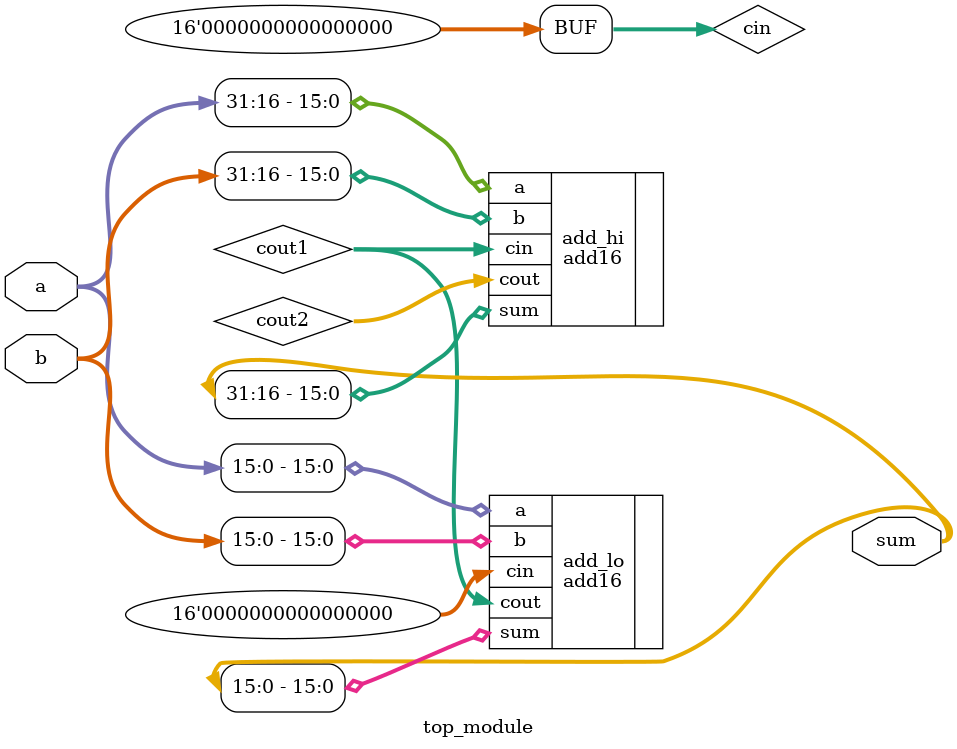
<source format=v>
module top_module(
    input [31:0] a,
    input [31:0] b,
    output [31:0] sum
);
    wire [15:0] cin; 
    wire [15:0] cout1, cout2;
    assign cin = 16'b0;
    add16 add_lo (.a(a[15:0]), .b(b[15:0]), .cin(cin), .sum(sum[15:0]), .cout(cout1) );
    add16 add_hi (.a(a[31:16]), .b(b[31:16]), .cin(cout1), .sum(sum[31:16]), .cout(cout2) );
    
endmodule
//You are given a module add16 that performs a 16-bit addition. Instantiate two of them to create a 32-bit adder. One add16 module computes the lower 16 bits of the addition result, while the second add16 module computes the upper 16 bits of the result, 
</source>
